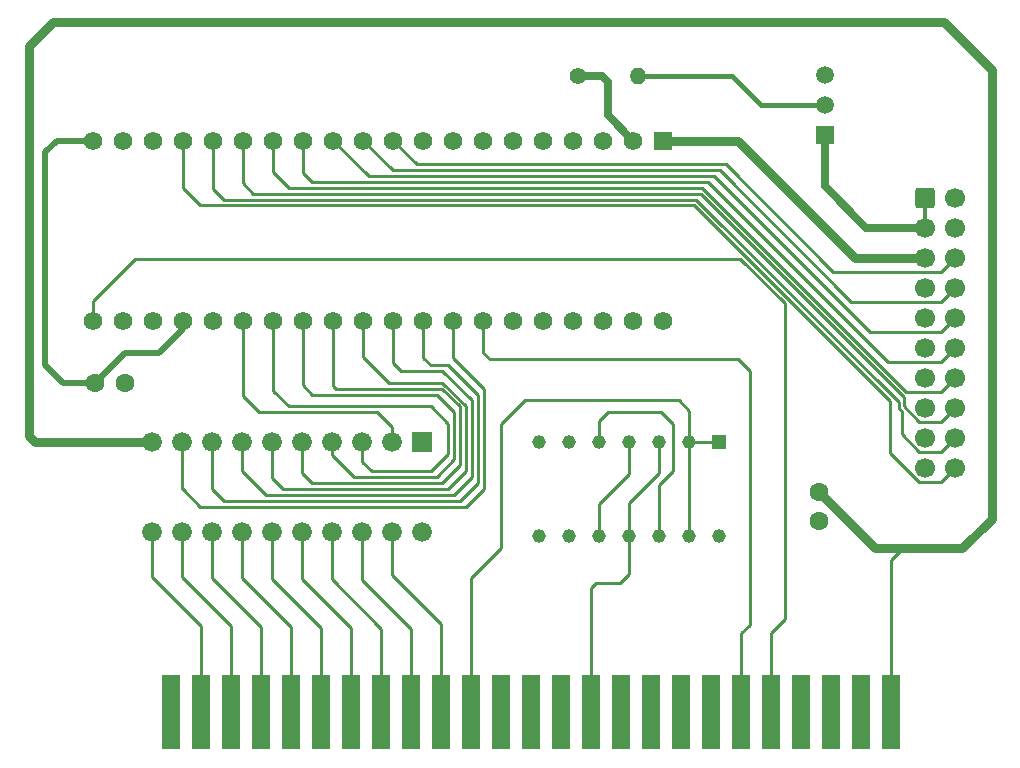
<source format=gbr>
G04 #@! TF.GenerationSoftware,KiCad,Pcbnew,8.99.0-unknown-5c22162d85~178~ubuntu22.04.1*
G04 #@! TF.CreationDate,2024-07-16T15:39:20+01:00*
G04 #@! TF.ProjectId,Lego9767,4c65676f-3937-4363-972e-6b696361645f,1.0.1*
G04 #@! TF.SameCoordinates,Original*
G04 #@! TF.FileFunction,Copper,L2,Bot*
G04 #@! TF.FilePolarity,Positive*
%FSLAX46Y46*%
G04 Gerber Fmt 4.6, Leading zero omitted, Abs format (unit mm)*
G04 Created by KiCad (PCBNEW 8.99.0-unknown-5c22162d85~178~ubuntu22.04.1) date 2024-07-16 15:39:20*
%MOMM*%
%LPD*%
G01*
G04 APERTURE LIST*
G04 Aperture macros list*
%AMRoundRect*
0 Rectangle with rounded corners*
0 $1 Rounding radius*
0 $2 $3 $4 $5 $6 $7 $8 $9 X,Y pos of 4 corners*
0 Add a 4 corners polygon primitive as box body*
4,1,4,$2,$3,$4,$5,$6,$7,$8,$9,$2,$3,0*
0 Add four circle primitives for the rounded corners*
1,1,$1+$1,$2,$3*
1,1,$1+$1,$4,$5*
1,1,$1+$1,$6,$7*
1,1,$1+$1,$8,$9*
0 Add four rect primitives between the rounded corners*
20,1,$1+$1,$2,$3,$4,$5,0*
20,1,$1+$1,$4,$5,$6,$7,0*
20,1,$1+$1,$6,$7,$8,$9,0*
20,1,$1+$1,$8,$9,$2,$3,0*%
G04 Aperture macros list end*
G04 #@! TA.AperFunction,SMDPad,CuDef*
%ADD10R,1.524000X6.350000*%
G04 #@! TD*
G04 #@! TA.AperFunction,ComponentPad*
%ADD11C,1.400000*%
G04 #@! TD*
G04 #@! TA.AperFunction,ComponentPad*
%ADD12O,1.400000X1.400000*%
G04 #@! TD*
G04 #@! TA.AperFunction,ComponentPad*
%ADD13C,1.575000*%
G04 #@! TD*
G04 #@! TA.AperFunction,ComponentPad*
%ADD14R,1.575000X1.575000*%
G04 #@! TD*
G04 #@! TA.AperFunction,ComponentPad*
%ADD15R,1.500000X1.500000*%
G04 #@! TD*
G04 #@! TA.AperFunction,ComponentPad*
%ADD16C,1.500000*%
G04 #@! TD*
G04 #@! TA.AperFunction,ComponentPad*
%ADD17R,1.170000X1.170000*%
G04 #@! TD*
G04 #@! TA.AperFunction,ComponentPad*
%ADD18C,1.170000*%
G04 #@! TD*
G04 #@! TA.AperFunction,ComponentPad*
%ADD19RoundRect,0.250000X-0.600000X-0.600000X0.600000X-0.600000X0.600000X0.600000X-0.600000X0.600000X0*%
G04 #@! TD*
G04 #@! TA.AperFunction,ComponentPad*
%ADD20C,1.700000*%
G04 #@! TD*
G04 #@! TA.AperFunction,ComponentPad*
%ADD21R,1.676400X1.676400*%
G04 #@! TD*
G04 #@! TA.AperFunction,ComponentPad*
%ADD22C,1.676400*%
G04 #@! TD*
G04 #@! TA.AperFunction,ComponentPad*
%ADD23C,1.600000*%
G04 #@! TD*
G04 #@! TA.AperFunction,Conductor*
%ADD24C,0.250000*%
G04 #@! TD*
G04 #@! TA.AperFunction,Conductor*
%ADD25C,0.350000*%
G04 #@! TD*
G04 #@! TA.AperFunction,Conductor*
%ADD26C,0.700000*%
G04 #@! TD*
G04 #@! TA.AperFunction,Conductor*
%ADD27C,0.800000*%
G04 #@! TD*
G04 #@! TA.AperFunction,Conductor*
%ADD28C,0.500000*%
G04 #@! TD*
G04 #@! TA.AperFunction,Conductor*
%ADD29C,0.400000*%
G04 #@! TD*
G04 APERTURE END LIST*
D10*
X231140000Y-128397000D03*
X228600000Y-128397000D03*
X226060000Y-128397000D03*
X223520000Y-128397000D03*
X220980000Y-128397000D03*
X218440000Y-128397000D03*
X215900000Y-128397000D03*
X213360000Y-128397000D03*
X210820000Y-128397000D03*
X208280000Y-128397000D03*
X205740000Y-128397000D03*
X203200000Y-128397000D03*
X200660000Y-128397000D03*
X198120000Y-128397000D03*
X195580000Y-128397000D03*
X193040000Y-128397000D03*
X190500000Y-128397000D03*
X187960000Y-128397000D03*
X185420000Y-128397000D03*
X182880000Y-128397000D03*
X180340000Y-128397000D03*
X177800000Y-128397000D03*
X175260000Y-128397000D03*
X172720000Y-128397000D03*
X170180000Y-128397000D03*
D11*
X204591906Y-74500000D03*
D12*
X209671906Y-74500000D03*
D13*
X163560000Y-80000000D03*
X173720000Y-95240000D03*
X206740000Y-80000000D03*
X204200000Y-80000000D03*
X201660000Y-80000000D03*
X199120000Y-80000000D03*
X196580000Y-80000000D03*
X194040000Y-80000000D03*
X191500000Y-80000000D03*
X163560000Y-95240000D03*
X166100000Y-95240000D03*
X168640000Y-95240000D03*
X196580000Y-95240000D03*
X199120000Y-95240000D03*
X201660000Y-95240000D03*
X204200000Y-95240000D03*
X206740000Y-95240000D03*
X209280000Y-95240000D03*
X211820000Y-95240000D03*
X168640000Y-80000000D03*
X166100000Y-80000000D03*
X171180000Y-95240000D03*
X194040000Y-95240000D03*
X191500000Y-95240000D03*
X188960000Y-95240000D03*
X186420000Y-95240000D03*
X183880000Y-95240000D03*
X181340000Y-95240000D03*
X178800000Y-95240000D03*
X176260000Y-95240000D03*
X209280000Y-80000000D03*
X188960000Y-80000000D03*
X186420000Y-80000000D03*
X183880000Y-80000000D03*
X181340000Y-80000000D03*
X178800000Y-80000000D03*
X176260000Y-80000000D03*
X173720000Y-80000000D03*
X171180000Y-80000000D03*
D14*
X211820000Y-80000000D03*
D15*
X225491906Y-79540000D03*
D16*
X225491906Y-77000000D03*
X225491906Y-74460000D03*
D17*
X216540000Y-105500000D03*
D18*
X214000000Y-105500000D03*
X211460000Y-105500000D03*
X208920000Y-105500000D03*
X206380000Y-105500000D03*
X203840000Y-105500000D03*
X201300000Y-105500000D03*
X201300000Y-113440000D03*
X203840000Y-113440000D03*
X206380000Y-113440000D03*
X208920000Y-113440000D03*
X211460000Y-113440000D03*
X214000000Y-113440000D03*
X216540000Y-113440000D03*
D19*
X234000000Y-84840000D03*
D20*
X236540000Y-84840000D03*
X234000000Y-87380000D03*
X236540000Y-87380000D03*
X234000000Y-89920000D03*
X236540000Y-89920000D03*
X234000000Y-92460000D03*
X236540000Y-92460000D03*
X234000000Y-95000000D03*
X236540000Y-95000000D03*
X234000000Y-97540000D03*
X236540000Y-97540000D03*
X234000000Y-100080000D03*
X236540000Y-100080000D03*
X234000000Y-102620000D03*
X236540000Y-102620000D03*
X234000000Y-105160000D03*
X236540000Y-105160000D03*
X234000000Y-107700000D03*
X236540000Y-107700000D03*
D21*
X191411906Y-105500000D03*
D22*
X188871906Y-105500000D03*
X186331906Y-105500000D03*
X183791906Y-105500000D03*
X181251906Y-105500000D03*
X178711906Y-105500000D03*
X176171906Y-105500000D03*
X173631906Y-105500000D03*
X171091906Y-105500000D03*
X168551906Y-105500000D03*
X168551906Y-113120000D03*
X171091906Y-113120000D03*
X173631906Y-113120000D03*
X176171906Y-113120000D03*
X178711906Y-113120000D03*
X181251906Y-113120000D03*
X183791906Y-113120000D03*
X186331906Y-113120000D03*
X188871906Y-113120000D03*
X191411906Y-113120000D03*
D23*
X225000000Y-109750000D03*
X225000000Y-112250000D03*
X163750000Y-100500000D03*
X166250000Y-100500000D03*
D24*
X178800000Y-101168094D02*
X180131906Y-102500000D01*
X193131906Y-109000000D02*
X182131906Y-109000000D01*
X211460000Y-113440000D02*
X211460000Y-109171906D01*
X196131906Y-109000000D02*
X194631906Y-110500000D01*
X186331906Y-107200000D02*
X186331906Y-105500000D01*
X183880000Y-95240000D02*
X183880000Y-100748094D01*
X191500000Y-95240000D02*
X191500000Y-98368094D01*
X193131906Y-101000000D02*
X194631906Y-102500000D01*
X176171906Y-107960000D02*
X176171906Y-105500000D01*
X196631906Y-109500000D02*
X195131906Y-111000000D01*
X194631906Y-110500000D02*
X174631906Y-110500000D01*
X206380000Y-103751906D02*
X206380000Y-105500000D01*
X188960000Y-95240000D02*
X188960000Y-98828094D01*
X183880000Y-100748094D02*
X184131906Y-101000000D01*
X192631906Y-108500000D02*
X185631906Y-108500000D01*
X183791906Y-106660000D02*
X183791906Y-105500000D01*
X194131906Y-103000000D02*
X194131906Y-107000000D01*
X194040000Y-98408094D02*
X196631906Y-101000000D01*
X192131906Y-102500000D02*
X193631906Y-104000000D01*
X193631906Y-106500000D02*
X192131906Y-108000000D01*
X177631906Y-103000000D02*
X176260000Y-101628094D01*
X188960000Y-98828094D02*
X189631906Y-99500000D01*
X191500000Y-98368094D02*
X192131906Y-99000000D01*
X178800000Y-95240000D02*
X178800000Y-101168094D01*
X173631906Y-109500000D02*
X174631906Y-110500000D01*
X195131906Y-102500000D02*
X195131906Y-108000000D01*
X192631906Y-101500000D02*
X194131906Y-103000000D01*
X185631906Y-108500000D02*
X183791906Y-106660000D01*
D25*
X234000000Y-84840000D02*
X234000000Y-87380000D01*
D24*
X176260000Y-101628094D02*
X176260000Y-95240000D01*
X172631906Y-111000000D02*
X171131906Y-109500000D01*
X188871906Y-104240000D02*
X187631906Y-103000000D01*
X207131906Y-103000000D02*
X206380000Y-103751906D01*
D26*
X225491906Y-83860000D02*
X229011906Y-87380000D01*
D24*
X186420000Y-95240000D02*
X186420000Y-98288094D01*
X181340000Y-95240000D02*
X181340000Y-100708094D01*
X193131906Y-99500000D02*
X195631906Y-102000000D01*
X195131906Y-108000000D02*
X193631906Y-109500000D01*
X193631906Y-104000000D02*
X193631906Y-106500000D01*
X178711906Y-108580000D02*
X178711906Y-105500000D01*
X211631906Y-103000000D02*
X207131906Y-103000000D01*
X179631906Y-109500000D02*
X178711906Y-108580000D01*
X184131906Y-101000000D02*
X193131906Y-101000000D01*
X171131906Y-109500000D02*
X171091906Y-109460000D01*
X194631906Y-107500000D02*
X193131906Y-109000000D01*
X187131906Y-108000000D02*
X186331906Y-107200000D01*
X173631906Y-109500000D02*
X173631906Y-105500000D01*
X186420000Y-98288094D02*
X188631906Y-100500000D01*
X196131906Y-101500000D02*
X196131906Y-109000000D01*
X187631906Y-103000000D02*
X177631906Y-103000000D01*
X192131906Y-99000000D02*
X193631906Y-99000000D01*
X188871906Y-105500000D02*
X188871906Y-104240000D01*
X193131906Y-100500000D02*
X195131906Y-102500000D01*
D26*
X229011906Y-87380000D02*
X234000000Y-87380000D01*
D24*
X182131906Y-101500000D02*
X192631906Y-101500000D01*
X178211906Y-110000000D02*
X176171906Y-107960000D01*
D26*
X225491906Y-79540000D02*
X225491906Y-83860000D01*
D24*
X195631906Y-108500000D02*
X194131906Y-110000000D01*
X194131906Y-107000000D02*
X192631906Y-108500000D01*
X189631906Y-99500000D02*
X193131906Y-99500000D01*
X171091906Y-109460000D02*
X171091906Y-105500000D01*
X182131906Y-109000000D02*
X181251906Y-108120000D01*
X181340000Y-100708094D02*
X182131906Y-101500000D01*
X194631906Y-102500000D02*
X194631906Y-107500000D01*
X180131906Y-102500000D02*
X192131906Y-102500000D01*
X194040000Y-95240000D02*
X194040000Y-98408094D01*
X193631906Y-99000000D02*
X196131906Y-101500000D01*
X195131906Y-111000000D02*
X172631906Y-111000000D01*
X212631906Y-108000000D02*
X212631906Y-104000000D01*
X188631906Y-100500000D02*
X193131906Y-100500000D01*
X192131906Y-108000000D02*
X187131906Y-108000000D01*
X211460000Y-109171906D02*
X212631906Y-108000000D01*
X194131906Y-110000000D02*
X178211906Y-110000000D01*
X195631906Y-102000000D02*
X195631906Y-108500000D01*
X181251906Y-108120000D02*
X181251906Y-105500000D01*
X212631906Y-104000000D02*
X211631906Y-103000000D01*
X193631906Y-109500000D02*
X179631906Y-109500000D01*
X196631906Y-101000000D02*
X196631906Y-109500000D01*
X168551906Y-116920000D02*
X172720000Y-121088094D01*
X168551906Y-113120000D02*
X168551906Y-116920000D01*
X172720000Y-121088094D02*
X172720000Y-128397000D01*
X175260000Y-121128094D02*
X175260000Y-128397000D01*
X171091906Y-113120000D02*
X171091906Y-116960000D01*
X171091906Y-116960000D02*
X175260000Y-121128094D01*
X177800000Y-121168094D02*
X177800000Y-128397000D01*
X173631906Y-117000000D02*
X177800000Y-121168094D01*
X173631906Y-113120000D02*
X173631906Y-117000000D01*
X180340000Y-121208094D02*
X180340000Y-128397000D01*
X176171906Y-117040000D02*
X180340000Y-121208094D01*
X176171906Y-113120000D02*
X176171906Y-117040000D01*
X182880000Y-121248094D02*
X178711906Y-117080000D01*
X178711906Y-117080000D02*
X178711906Y-113120000D01*
X182880000Y-128397000D02*
X182880000Y-121248094D01*
X181251906Y-117120000D02*
X181251906Y-113120000D01*
X185420000Y-128397000D02*
X185420000Y-121288094D01*
X185420000Y-121288094D02*
X181251906Y-117120000D01*
X183791906Y-117160000D02*
X183791906Y-113120000D01*
X187960000Y-128397000D02*
X187960000Y-121328094D01*
X187960000Y-121328094D02*
X183791906Y-117160000D01*
X190500000Y-121368094D02*
X186331906Y-117200000D01*
X186331906Y-117200000D02*
X186331906Y-113120000D01*
X190500000Y-128397000D02*
X190500000Y-121368094D01*
X193040000Y-120908094D02*
X188871906Y-116740000D01*
X188871906Y-116740000D02*
X188871906Y-113120000D01*
X193040000Y-128397000D02*
X193040000Y-120908094D01*
X213131906Y-102000000D02*
X200131906Y-102000000D01*
X200131906Y-102000000D02*
X198131906Y-104000000D01*
X214000000Y-105500000D02*
X214000000Y-102868094D01*
X214000000Y-102868094D02*
X213131906Y-102000000D01*
X214000000Y-105500000D02*
X214000000Y-113440000D01*
X195580000Y-117551906D02*
X195580000Y-128397000D01*
X216540000Y-105500000D02*
X214000000Y-105500000D01*
X198131906Y-104000000D02*
X198131906Y-114500000D01*
X195580000Y-117051906D02*
X195580000Y-117551906D01*
X198131906Y-114500000D02*
X195580000Y-117051906D01*
X205740000Y-117891906D02*
X205740000Y-128397000D01*
X208131906Y-117500000D02*
X206131906Y-117500000D01*
X211460000Y-108171906D02*
X208920000Y-110711906D01*
X208920000Y-116711906D02*
X208131906Y-117500000D01*
X208920000Y-110711906D02*
X208920000Y-113440000D01*
X211460000Y-105500000D02*
X211460000Y-108171906D01*
X206131906Y-117500000D02*
X205740000Y-117891906D01*
X208920000Y-113440000D02*
X208920000Y-116711906D01*
X196580000Y-95240000D02*
X196580000Y-97948094D01*
X197131906Y-98500000D02*
X218131906Y-98500000D01*
X196580000Y-97948094D02*
X197131906Y-98500000D01*
X218131906Y-98500000D02*
X219131906Y-99500000D01*
X218440000Y-121691906D02*
X218440000Y-128397000D01*
X219131906Y-99500000D02*
X219131906Y-121000000D01*
X219131906Y-121000000D02*
X218440000Y-121691906D01*
X220980000Y-121651906D02*
X220980000Y-128397000D01*
X163560000Y-95240000D02*
X163560000Y-93571906D01*
X222131906Y-120500000D02*
X220980000Y-121651906D01*
X218359114Y-90000000D02*
X222131906Y-93772792D01*
X163560000Y-93571906D02*
X167131906Y-90000000D01*
X222131906Y-93772792D02*
X222131906Y-120500000D01*
X167131906Y-90000000D02*
X218359114Y-90000000D01*
D27*
X239631906Y-112000000D02*
X239631906Y-74000000D01*
D24*
X231140000Y-128397000D02*
X231140000Y-115491906D01*
D27*
X218131906Y-80000000D02*
X211820000Y-80000000D01*
X237131906Y-114500000D02*
X239631906Y-112000000D01*
X158131906Y-105000000D02*
X158631906Y-105500000D01*
X234000000Y-89920000D02*
X228051906Y-89920000D01*
X160131906Y-70000000D02*
X158131906Y-72000000D01*
D24*
X231140000Y-115491906D02*
X232131906Y-114500000D01*
D27*
X228051906Y-89920000D02*
X218131906Y-80000000D01*
X239631906Y-74000000D02*
X235631906Y-70000000D01*
X225000000Y-109750000D02*
X229750000Y-114500000D01*
X158631906Y-105500000D02*
X168551906Y-105500000D01*
X235631906Y-70000000D02*
X160131906Y-70000000D01*
X158131906Y-72000000D02*
X158131906Y-105000000D01*
X229750000Y-114500000D02*
X237131906Y-114500000D01*
D28*
X169131906Y-98000000D02*
X171180000Y-95951906D01*
X163750000Y-100500000D02*
X166250000Y-98000000D01*
D24*
X206380000Y-110751906D02*
X206380000Y-113440000D01*
X208920000Y-108211906D02*
X206380000Y-110751906D01*
D28*
X159500000Y-99000000D02*
X161000000Y-100500000D01*
X160500000Y-80000000D02*
X159500000Y-81000000D01*
X166250000Y-98000000D02*
X169131906Y-98000000D01*
D24*
X208920000Y-105500000D02*
X208920000Y-108211906D01*
D28*
X163560000Y-80000000D02*
X160500000Y-80000000D01*
X161000000Y-100500000D02*
X163750000Y-100500000D01*
X159500000Y-81000000D02*
X159500000Y-99000000D01*
X171180000Y-95951906D02*
X171180000Y-95240000D01*
D24*
X233506906Y-108875000D02*
X231063708Y-106431802D01*
X172581906Y-85450000D02*
X171131906Y-84000000D01*
X171131906Y-80048094D02*
X171180000Y-80000000D01*
X214445510Y-85450000D02*
X172581906Y-85450000D01*
X171131906Y-84000000D02*
X171131906Y-80048094D01*
X231063708Y-102068198D02*
X214445510Y-85450000D01*
X236540000Y-107700000D02*
X235365000Y-108875000D01*
X235365000Y-108875000D02*
X233506906Y-108875000D01*
X231063708Y-106431802D02*
X231063708Y-102068198D01*
X173720000Y-84088094D02*
X173720000Y-80000000D01*
X236540000Y-105160000D02*
X235365000Y-106335000D01*
X232063708Y-102981805D02*
X231750510Y-102668607D01*
X232063708Y-104885409D02*
X232063708Y-102981805D01*
X231750510Y-102668607D02*
X231750510Y-102118604D01*
X233513299Y-106335000D02*
X232063708Y-104885409D01*
X235365000Y-106335000D02*
X233513299Y-106335000D01*
X231750510Y-102118604D02*
X214631906Y-85000000D01*
X174631906Y-85000000D02*
X173720000Y-84088094D01*
X214631906Y-85000000D02*
X174631906Y-85000000D01*
X176260000Y-83628094D02*
X176260000Y-80000000D01*
X232200510Y-102482211D02*
X232200510Y-101705000D01*
X235365000Y-103795000D02*
X233513299Y-103795000D01*
X232200510Y-101705000D02*
X214995510Y-84500000D01*
X177131906Y-84500000D02*
X176260000Y-83628094D01*
X236540000Y-102620000D02*
X235365000Y-103795000D01*
X233513299Y-103795000D02*
X232200510Y-102482211D01*
X214995510Y-84500000D02*
X177131906Y-84500000D01*
X215131906Y-84000000D02*
X180131906Y-84000000D01*
X232386906Y-101255000D02*
X215131906Y-84000000D01*
X180131906Y-84000000D02*
X178800000Y-82668094D01*
X235365000Y-101255000D02*
X232386906Y-101255000D01*
X236540000Y-100080000D02*
X235365000Y-101255000D01*
X178800000Y-82668094D02*
X178800000Y-80000000D01*
X230846906Y-98715000D02*
X215631906Y-83500000D01*
X236540000Y-97540000D02*
X235365000Y-98715000D01*
X182131906Y-83500000D02*
X181340000Y-82708094D01*
X181340000Y-82708094D02*
X181340000Y-80000000D01*
X235365000Y-98715000D02*
X230846906Y-98715000D01*
X215631906Y-83500000D02*
X182131906Y-83500000D01*
X186880000Y-83000000D02*
X183880000Y-80000000D01*
X236540000Y-95000000D02*
X235365000Y-96175000D01*
X235365000Y-96175000D02*
X229306906Y-96175000D01*
X216131906Y-83000000D02*
X186880000Y-83000000D01*
X229306906Y-96175000D02*
X216131906Y-83000000D01*
X216631906Y-82500000D02*
X188920000Y-82500000D01*
X236540000Y-92460000D02*
X235365000Y-93635000D01*
X235365000Y-93635000D02*
X227766906Y-93635000D01*
X227766906Y-93635000D02*
X216631906Y-82500000D01*
X188920000Y-82500000D02*
X186420000Y-80000000D01*
X226226906Y-91095000D02*
X217131906Y-82000000D01*
X217131906Y-82000000D02*
X190960000Y-82000000D01*
X235365000Y-91095000D02*
X226226906Y-91095000D01*
X190960000Y-82000000D02*
X188960000Y-80000000D01*
X236540000Y-89920000D02*
X235365000Y-91095000D01*
D29*
X220131906Y-77000000D02*
X225491906Y-77000000D01*
D26*
X207131906Y-77851906D02*
X207131906Y-75000000D01*
X207131906Y-75000000D02*
X206631906Y-74500000D01*
D29*
X209671906Y-74500000D02*
X217631906Y-74500000D01*
D26*
X209280000Y-80000000D02*
X207131906Y-77851906D01*
D29*
X217631906Y-74500000D02*
X220131906Y-77000000D01*
D26*
X206631906Y-74500000D02*
X204591906Y-74500000D01*
M02*

</source>
